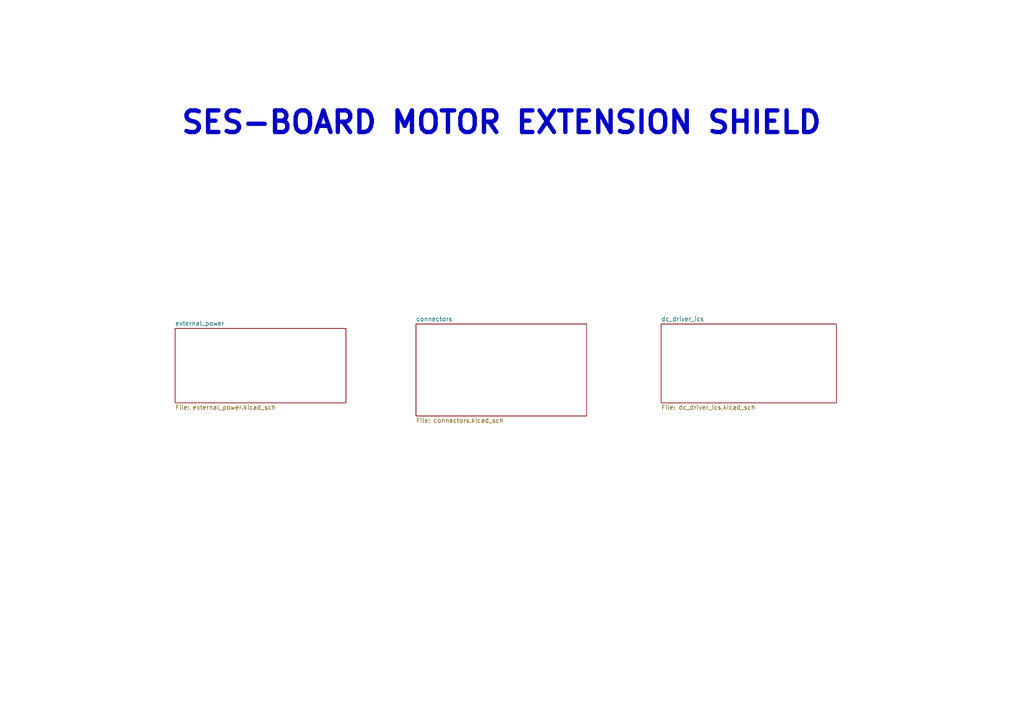
<source format=kicad_sch>
(kicad_sch (version 20211123) (generator eeschema)
  (paper "A4")
  (title_block (title "Root Shematic") (date "2022-05-26") (rev "1") (company "JKUAT SES PROJECTS") (comment 1 "Edwin Mwiti Maingi"))
  (lib_symbols)
  (text "SES-BOARD MOTOR EXTENSION SHIELD" (at 52.07 39.37 0) (effects (font (size 6.27 6.27) (thickness 1.254) bold) (justify left bottom)))
  (sheet (at 120.65 93.98) (size 49.53 26.67) (stroke (width 0.1524))
    (property "Sheet name" "connectors" (at 120.65 93.2684 0) (effects (justify left bottom)))
    (property "Sheet file" "connectors.kicad_sch" (at 120.65 121.2346 0) (effects (justify left top)))
  )
  (sheet (at 50.8 95.25) (size 49.53 21.59) (stroke (width 0.1524))
    (property "Sheet name" "external_power" (at 50.8 94.5384 0) (effects (justify left bottom)))
    (property "Sheet file" "external_power.kicad_sch" (at 50.8 117.4246 0) (effects (justify left top)))
  )
  (sheet (at 191.77 93.98) (size 50.8 22.86) (stroke (width 0.1524))
    (property "Sheet name" "dc_driver_ics" (at 191.77 93.2684 0) (effects (justify left bottom)))
    (property "Sheet file" "dc_driver_ics.kicad_sch" (at 191.77 117.4246 0) (effects (justify left top)))
  )
)
</source>
